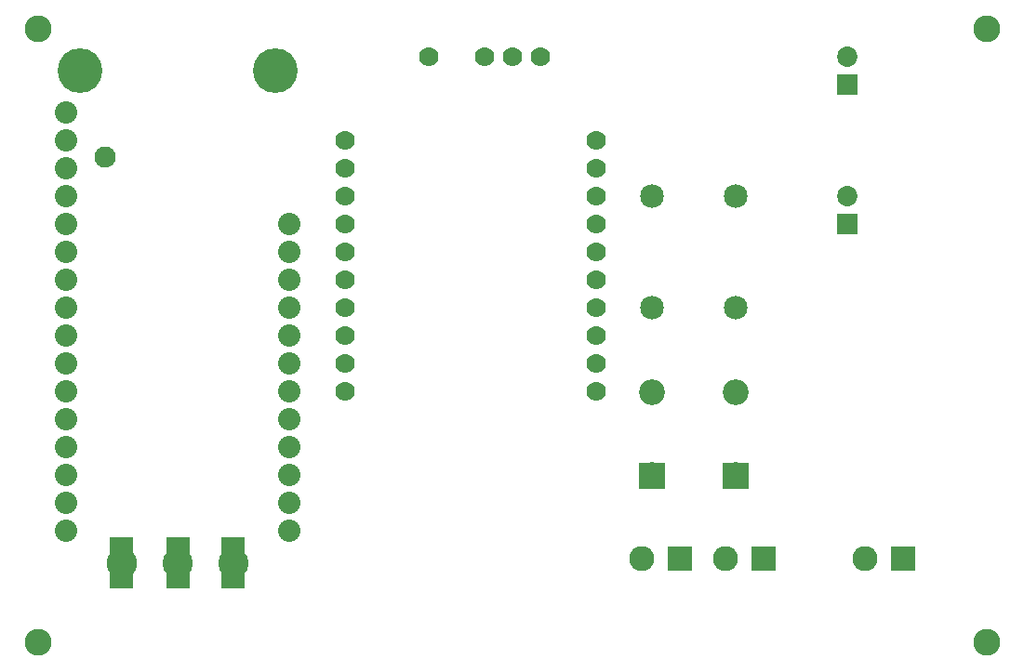
<source format=gbs>
G04 MADE WITH FRITZING*
G04 WWW.FRITZING.ORG*
G04 DOUBLE SIDED*
G04 HOLES PLATED*
G04 CONTOUR ON CENTER OF CONTOUR VECTOR*
%ASAXBY*%
%FSLAX23Y23*%
%MOIN*%
%OFA0B0*%
%SFA1.0B1.0*%
%ADD10C,0.092000*%
%ADD11C,0.072992*%
%ADD12C,0.090000*%
%ADD13C,0.070000*%
%ADD14C,0.085000*%
%ADD15C,0.080000*%
%ADD16C,0.108425*%
%ADD17C,0.160000*%
%ADD18C,0.110000*%
%ADD19C,0.076000*%
%ADD20C,0.096614*%
%ADD21R,0.092000X0.092000*%
%ADD22R,0.072992X0.072992*%
%ADD23R,0.090000X0.090000*%
%ADD24R,0.001000X0.001000*%
%LNMASK0*%
G90*
G70*
G54D10*
X2620Y718D03*
X2620Y1016D03*
X2320Y718D03*
X2320Y1016D03*
G54D11*
X3020Y2119D03*
X3020Y2218D03*
X3020Y1619D03*
X3020Y1718D03*
G54D12*
X3220Y418D03*
X3083Y418D03*
X2420Y418D03*
X2283Y418D03*
X2720Y418D03*
X2583Y418D03*
G54D13*
X1220Y1018D03*
X1220Y1118D03*
X1221Y1218D03*
X1221Y1318D03*
X1220Y1418D03*
X1220Y1518D03*
X1220Y1618D03*
X1220Y1718D03*
X1220Y1818D03*
X1220Y1918D03*
X2120Y1018D03*
X2120Y1118D03*
X2120Y1218D03*
X2120Y1318D03*
X2120Y1418D03*
X2120Y1518D03*
X2120Y1618D03*
X2120Y1718D03*
X2120Y1818D03*
X2120Y1918D03*
X1520Y2218D03*
X1720Y2218D03*
X1820Y2218D03*
X1920Y2218D03*
G54D14*
X2620Y1318D03*
X2620Y1718D03*
X2320Y1318D03*
X2320Y1718D03*
G54D15*
X1020Y1418D03*
G54D16*
X820Y403D03*
G54D17*
X270Y2168D03*
G54D16*
X622Y403D03*
G54D18*
X420Y403D03*
G54D19*
X360Y1858D03*
G54D15*
X1020Y1218D03*
X220Y2018D03*
X1020Y1618D03*
X220Y1918D03*
X220Y1818D03*
X220Y1718D03*
X220Y1618D03*
X220Y1518D03*
X220Y1418D03*
X1020Y1118D03*
X220Y1318D03*
X1020Y1318D03*
X220Y1218D03*
X1020Y1518D03*
X220Y1118D03*
G54D17*
X970Y2168D03*
G54D15*
X220Y1018D03*
X220Y918D03*
X220Y818D03*
X220Y718D03*
X220Y618D03*
X220Y518D03*
X1020Y518D03*
X1020Y618D03*
X1020Y718D03*
X1020Y818D03*
X1020Y918D03*
X1020Y1018D03*
G54D20*
X3520Y2318D03*
X3520Y118D03*
X120Y2318D03*
X120Y118D03*
G54D21*
X2620Y717D03*
X2320Y717D03*
G54D22*
X3020Y2119D03*
X3020Y1619D03*
G54D23*
X3220Y418D03*
X2420Y418D03*
X2720Y418D03*
G54D24*
X378Y496D02*
X462Y496D01*
X377Y495D02*
X462Y495D01*
X580Y495D02*
X663Y495D01*
X778Y495D02*
X861Y495D01*
X377Y494D02*
X462Y494D01*
X580Y494D02*
X664Y494D01*
X778Y494D02*
X862Y494D01*
X377Y493D02*
X462Y493D01*
X580Y493D02*
X664Y493D01*
X778Y493D02*
X862Y493D01*
X377Y492D02*
X462Y492D01*
X580Y492D02*
X664Y492D01*
X778Y492D02*
X862Y492D01*
X377Y491D02*
X462Y491D01*
X580Y491D02*
X664Y491D01*
X778Y491D02*
X862Y491D01*
X377Y490D02*
X462Y490D01*
X580Y490D02*
X664Y490D01*
X778Y490D02*
X862Y490D01*
X377Y489D02*
X462Y489D01*
X580Y489D02*
X664Y489D01*
X778Y489D02*
X862Y489D01*
X377Y488D02*
X462Y488D01*
X580Y488D02*
X664Y488D01*
X778Y488D02*
X862Y488D01*
X377Y487D02*
X462Y487D01*
X580Y487D02*
X664Y487D01*
X778Y487D02*
X862Y487D01*
X377Y486D02*
X462Y486D01*
X580Y486D02*
X664Y486D01*
X778Y486D02*
X862Y486D01*
X377Y485D02*
X462Y485D01*
X580Y485D02*
X664Y485D01*
X778Y485D02*
X862Y485D01*
X377Y484D02*
X462Y484D01*
X580Y484D02*
X664Y484D01*
X778Y484D02*
X862Y484D01*
X377Y483D02*
X462Y483D01*
X580Y483D02*
X664Y483D01*
X778Y483D02*
X862Y483D01*
X377Y482D02*
X462Y482D01*
X580Y482D02*
X664Y482D01*
X778Y482D02*
X862Y482D01*
X377Y481D02*
X462Y481D01*
X580Y481D02*
X664Y481D01*
X778Y481D02*
X862Y481D01*
X377Y480D02*
X462Y480D01*
X580Y480D02*
X664Y480D01*
X778Y480D02*
X862Y480D01*
X377Y479D02*
X462Y479D01*
X580Y479D02*
X664Y479D01*
X778Y479D02*
X862Y479D01*
X377Y478D02*
X462Y478D01*
X580Y478D02*
X664Y478D01*
X778Y478D02*
X862Y478D01*
X377Y477D02*
X462Y477D01*
X580Y477D02*
X664Y477D01*
X778Y477D02*
X862Y477D01*
X377Y476D02*
X462Y476D01*
X580Y476D02*
X664Y476D01*
X778Y476D02*
X862Y476D01*
X377Y475D02*
X462Y475D01*
X580Y475D02*
X664Y475D01*
X778Y475D02*
X862Y475D01*
X377Y474D02*
X462Y474D01*
X580Y474D02*
X664Y474D01*
X778Y474D02*
X862Y474D01*
X377Y473D02*
X462Y473D01*
X580Y473D02*
X664Y473D01*
X778Y473D02*
X862Y473D01*
X377Y472D02*
X462Y472D01*
X580Y472D02*
X664Y472D01*
X778Y472D02*
X862Y472D01*
X377Y471D02*
X462Y471D01*
X580Y471D02*
X664Y471D01*
X778Y471D02*
X862Y471D01*
X377Y470D02*
X462Y470D01*
X580Y470D02*
X664Y470D01*
X778Y470D02*
X862Y470D01*
X377Y469D02*
X462Y469D01*
X580Y469D02*
X664Y469D01*
X778Y469D02*
X862Y469D01*
X377Y468D02*
X462Y468D01*
X580Y468D02*
X664Y468D01*
X778Y468D02*
X862Y468D01*
X377Y467D02*
X462Y467D01*
X580Y467D02*
X664Y467D01*
X778Y467D02*
X862Y467D01*
X377Y466D02*
X462Y466D01*
X580Y466D02*
X664Y466D01*
X778Y466D02*
X862Y466D01*
X377Y465D02*
X462Y465D01*
X580Y465D02*
X664Y465D01*
X778Y465D02*
X862Y465D01*
X377Y464D02*
X462Y464D01*
X580Y464D02*
X664Y464D01*
X778Y464D02*
X862Y464D01*
X377Y463D02*
X462Y463D01*
X580Y463D02*
X664Y463D01*
X778Y463D02*
X862Y463D01*
X377Y462D02*
X462Y462D01*
X580Y462D02*
X664Y462D01*
X778Y462D02*
X862Y462D01*
X377Y461D02*
X462Y461D01*
X580Y461D02*
X664Y461D01*
X778Y461D02*
X862Y461D01*
X377Y460D02*
X462Y460D01*
X580Y460D02*
X664Y460D01*
X778Y460D02*
X862Y460D01*
X377Y459D02*
X462Y459D01*
X580Y459D02*
X664Y459D01*
X778Y459D02*
X862Y459D01*
X377Y458D02*
X462Y458D01*
X580Y458D02*
X664Y458D01*
X778Y458D02*
X862Y458D01*
X377Y457D02*
X462Y457D01*
X580Y457D02*
X664Y457D01*
X778Y457D02*
X862Y457D01*
X377Y456D02*
X462Y456D01*
X580Y456D02*
X664Y456D01*
X778Y456D02*
X862Y456D01*
X377Y455D02*
X462Y455D01*
X580Y455D02*
X664Y455D01*
X778Y455D02*
X862Y455D01*
X377Y454D02*
X462Y454D01*
X580Y454D02*
X664Y454D01*
X778Y454D02*
X862Y454D01*
X377Y453D02*
X462Y453D01*
X580Y453D02*
X664Y453D01*
X778Y453D02*
X862Y453D01*
X377Y452D02*
X462Y452D01*
X580Y452D02*
X664Y452D01*
X778Y452D02*
X862Y452D01*
X377Y451D02*
X462Y451D01*
X580Y451D02*
X664Y451D01*
X778Y451D02*
X862Y451D01*
X377Y450D02*
X462Y450D01*
X580Y450D02*
X664Y450D01*
X778Y450D02*
X862Y450D01*
X377Y449D02*
X462Y449D01*
X580Y449D02*
X664Y449D01*
X778Y449D02*
X862Y449D01*
X377Y448D02*
X462Y448D01*
X580Y448D02*
X664Y448D01*
X778Y448D02*
X862Y448D01*
X377Y447D02*
X462Y447D01*
X580Y447D02*
X664Y447D01*
X778Y447D02*
X862Y447D01*
X377Y446D02*
X462Y446D01*
X580Y446D02*
X664Y446D01*
X778Y446D02*
X862Y446D01*
X377Y445D02*
X462Y445D01*
X580Y445D02*
X664Y445D01*
X778Y445D02*
X862Y445D01*
X377Y444D02*
X462Y444D01*
X580Y444D02*
X664Y444D01*
X778Y444D02*
X862Y444D01*
X377Y443D02*
X462Y443D01*
X580Y443D02*
X664Y443D01*
X778Y443D02*
X862Y443D01*
X377Y442D02*
X462Y442D01*
X580Y442D02*
X664Y442D01*
X778Y442D02*
X862Y442D01*
X377Y441D02*
X462Y441D01*
X580Y441D02*
X664Y441D01*
X778Y441D02*
X862Y441D01*
X377Y440D02*
X462Y440D01*
X580Y440D02*
X664Y440D01*
X778Y440D02*
X862Y440D01*
X377Y439D02*
X462Y439D01*
X580Y439D02*
X664Y439D01*
X778Y439D02*
X862Y439D01*
X377Y438D02*
X462Y438D01*
X580Y438D02*
X664Y438D01*
X778Y438D02*
X862Y438D01*
X377Y437D02*
X419Y437D01*
X421Y437D02*
X462Y437D01*
X580Y437D02*
X664Y437D01*
X778Y437D02*
X862Y437D01*
X377Y436D02*
X411Y436D01*
X429Y436D02*
X462Y436D01*
X580Y436D02*
X615Y436D01*
X629Y436D02*
X664Y436D01*
X778Y436D02*
X813Y436D01*
X826Y436D02*
X862Y436D01*
X377Y435D02*
X408Y435D01*
X432Y435D02*
X462Y435D01*
X580Y435D02*
X611Y435D01*
X633Y435D02*
X664Y435D01*
X778Y435D02*
X809Y435D01*
X831Y435D02*
X862Y435D01*
X377Y434D02*
X405Y434D01*
X434Y434D02*
X462Y434D01*
X580Y434D02*
X608Y434D01*
X635Y434D02*
X664Y434D01*
X778Y434D02*
X806Y434D01*
X833Y434D02*
X862Y434D01*
X377Y433D02*
X403Y433D01*
X436Y433D02*
X462Y433D01*
X580Y433D02*
X606Y433D01*
X637Y433D02*
X664Y433D01*
X778Y433D02*
X804Y433D01*
X835Y433D02*
X862Y433D01*
X377Y432D02*
X402Y432D01*
X438Y432D02*
X462Y432D01*
X580Y432D02*
X604Y432D01*
X639Y432D02*
X664Y432D01*
X778Y432D02*
X802Y432D01*
X837Y432D02*
X862Y432D01*
X377Y431D02*
X400Y431D01*
X439Y431D02*
X462Y431D01*
X580Y431D02*
X603Y431D01*
X641Y431D02*
X664Y431D01*
X778Y431D02*
X801Y431D01*
X839Y431D02*
X862Y431D01*
X377Y430D02*
X399Y430D01*
X440Y430D02*
X462Y430D01*
X580Y430D02*
X601Y430D01*
X642Y430D02*
X664Y430D01*
X778Y430D02*
X799Y430D01*
X840Y430D02*
X862Y430D01*
X377Y429D02*
X398Y429D01*
X442Y429D02*
X462Y429D01*
X580Y429D02*
X600Y429D01*
X643Y429D02*
X664Y429D01*
X778Y429D02*
X798Y429D01*
X841Y429D02*
X862Y429D01*
X377Y428D02*
X397Y428D01*
X443Y428D02*
X462Y428D01*
X580Y428D02*
X599Y428D01*
X644Y428D02*
X664Y428D01*
X778Y428D02*
X797Y428D01*
X842Y428D02*
X862Y428D01*
X377Y427D02*
X396Y427D01*
X444Y427D02*
X462Y427D01*
X580Y427D02*
X598Y427D01*
X645Y427D02*
X664Y427D01*
X778Y427D02*
X796Y427D01*
X843Y427D02*
X862Y427D01*
X377Y426D02*
X395Y426D01*
X445Y426D02*
X462Y426D01*
X580Y426D02*
X597Y426D01*
X646Y426D02*
X664Y426D01*
X778Y426D02*
X795Y426D01*
X844Y426D02*
X862Y426D01*
X377Y425D02*
X394Y425D01*
X446Y425D02*
X462Y425D01*
X580Y425D02*
X596Y425D01*
X647Y425D02*
X664Y425D01*
X778Y425D02*
X794Y425D01*
X845Y425D02*
X862Y425D01*
X377Y424D02*
X393Y424D01*
X446Y424D02*
X462Y424D01*
X580Y424D02*
X595Y424D01*
X648Y424D02*
X664Y424D01*
X778Y424D02*
X793Y424D01*
X846Y424D02*
X862Y424D01*
X377Y423D02*
X392Y423D01*
X447Y423D02*
X462Y423D01*
X580Y423D02*
X595Y423D01*
X649Y423D02*
X664Y423D01*
X778Y423D02*
X793Y423D01*
X847Y423D02*
X862Y423D01*
X377Y422D02*
X392Y422D01*
X448Y422D02*
X462Y422D01*
X580Y422D02*
X594Y422D01*
X649Y422D02*
X664Y422D01*
X778Y422D02*
X792Y422D01*
X847Y422D02*
X862Y422D01*
X377Y421D02*
X391Y421D01*
X448Y421D02*
X462Y421D01*
X580Y421D02*
X593Y421D01*
X650Y421D02*
X664Y421D01*
X778Y421D02*
X791Y421D01*
X848Y421D02*
X862Y421D01*
X377Y420D02*
X390Y420D01*
X449Y420D02*
X462Y420D01*
X580Y420D02*
X593Y420D01*
X651Y420D02*
X664Y420D01*
X778Y420D02*
X791Y420D01*
X848Y420D02*
X862Y420D01*
X377Y419D02*
X390Y419D01*
X450Y419D02*
X462Y419D01*
X580Y419D02*
X592Y419D01*
X651Y419D02*
X664Y419D01*
X778Y419D02*
X790Y419D01*
X849Y419D02*
X862Y419D01*
X377Y418D02*
X389Y418D01*
X450Y418D02*
X462Y418D01*
X580Y418D02*
X592Y418D01*
X652Y418D02*
X664Y418D01*
X778Y418D02*
X790Y418D01*
X849Y418D02*
X862Y418D01*
X377Y417D02*
X389Y417D01*
X451Y417D02*
X462Y417D01*
X580Y417D02*
X591Y417D01*
X652Y417D02*
X664Y417D01*
X778Y417D02*
X789Y417D01*
X850Y417D02*
X862Y417D01*
X377Y416D02*
X389Y416D01*
X451Y416D02*
X462Y416D01*
X580Y416D02*
X591Y416D01*
X652Y416D02*
X664Y416D01*
X778Y416D02*
X789Y416D01*
X850Y416D02*
X862Y416D01*
X377Y415D02*
X388Y415D01*
X451Y415D02*
X462Y415D01*
X580Y415D02*
X590Y415D01*
X653Y415D02*
X664Y415D01*
X778Y415D02*
X788Y415D01*
X851Y415D02*
X862Y415D01*
X377Y414D02*
X388Y414D01*
X452Y414D02*
X462Y414D01*
X580Y414D02*
X590Y414D01*
X653Y414D02*
X664Y414D01*
X778Y414D02*
X788Y414D01*
X851Y414D02*
X862Y414D01*
X377Y413D02*
X388Y413D01*
X452Y413D02*
X462Y413D01*
X580Y413D02*
X590Y413D01*
X653Y413D02*
X664Y413D01*
X778Y413D02*
X788Y413D01*
X851Y413D02*
X862Y413D01*
X377Y412D02*
X387Y412D01*
X452Y412D02*
X462Y412D01*
X580Y412D02*
X590Y412D01*
X654Y412D02*
X664Y412D01*
X778Y412D02*
X788Y412D01*
X852Y412D02*
X862Y412D01*
X377Y411D02*
X387Y411D01*
X452Y411D02*
X462Y411D01*
X580Y411D02*
X589Y411D01*
X654Y411D02*
X664Y411D01*
X778Y411D02*
X787Y411D01*
X852Y411D02*
X862Y411D01*
X377Y410D02*
X387Y410D01*
X453Y410D02*
X462Y410D01*
X580Y410D02*
X589Y410D01*
X654Y410D02*
X664Y410D01*
X778Y410D02*
X787Y410D01*
X852Y410D02*
X862Y410D01*
X377Y409D02*
X387Y409D01*
X453Y409D02*
X462Y409D01*
X580Y409D02*
X589Y409D01*
X654Y409D02*
X664Y409D01*
X778Y409D02*
X787Y409D01*
X852Y409D02*
X862Y409D01*
X377Y408D02*
X387Y408D01*
X453Y408D02*
X462Y408D01*
X580Y408D02*
X589Y408D01*
X654Y408D02*
X664Y408D01*
X778Y408D02*
X787Y408D01*
X852Y408D02*
X862Y408D01*
X377Y407D02*
X387Y407D01*
X453Y407D02*
X462Y407D01*
X580Y407D02*
X589Y407D01*
X654Y407D02*
X664Y407D01*
X778Y407D02*
X787Y407D01*
X852Y407D02*
X862Y407D01*
X377Y406D02*
X387Y406D01*
X453Y406D02*
X462Y406D01*
X580Y406D02*
X589Y406D01*
X654Y406D02*
X664Y406D01*
X778Y406D02*
X787Y406D01*
X852Y406D02*
X862Y406D01*
X377Y405D02*
X387Y405D01*
X453Y405D02*
X462Y405D01*
X580Y405D02*
X589Y405D01*
X654Y405D02*
X664Y405D01*
X778Y405D02*
X787Y405D01*
X852Y405D02*
X862Y405D01*
X377Y404D02*
X387Y404D01*
X453Y404D02*
X462Y404D01*
X580Y404D02*
X589Y404D01*
X654Y404D02*
X664Y404D01*
X778Y404D02*
X787Y404D01*
X852Y404D02*
X862Y404D01*
X377Y403D02*
X387Y403D01*
X453Y403D02*
X462Y403D01*
X580Y403D02*
X589Y403D01*
X654Y403D02*
X664Y403D01*
X778Y403D02*
X787Y403D01*
X852Y403D02*
X862Y403D01*
X377Y402D02*
X387Y402D01*
X453Y402D02*
X462Y402D01*
X580Y402D02*
X589Y402D01*
X654Y402D02*
X664Y402D01*
X778Y402D02*
X787Y402D01*
X852Y402D02*
X862Y402D01*
X377Y401D02*
X387Y401D01*
X453Y401D02*
X462Y401D01*
X580Y401D02*
X589Y401D01*
X654Y401D02*
X664Y401D01*
X778Y401D02*
X787Y401D01*
X852Y401D02*
X862Y401D01*
X377Y400D02*
X387Y400D01*
X453Y400D02*
X462Y400D01*
X580Y400D02*
X589Y400D01*
X654Y400D02*
X664Y400D01*
X778Y400D02*
X787Y400D01*
X852Y400D02*
X862Y400D01*
X377Y399D02*
X387Y399D01*
X453Y399D02*
X462Y399D01*
X580Y399D02*
X589Y399D01*
X654Y399D02*
X664Y399D01*
X778Y399D02*
X787Y399D01*
X852Y399D02*
X862Y399D01*
X377Y398D02*
X387Y398D01*
X452Y398D02*
X462Y398D01*
X580Y398D02*
X589Y398D01*
X654Y398D02*
X664Y398D01*
X778Y398D02*
X787Y398D01*
X852Y398D02*
X862Y398D01*
X377Y397D02*
X387Y397D01*
X452Y397D02*
X462Y397D01*
X580Y397D02*
X589Y397D01*
X654Y397D02*
X664Y397D01*
X778Y397D02*
X787Y397D01*
X852Y397D02*
X862Y397D01*
X377Y396D02*
X387Y396D01*
X452Y396D02*
X462Y396D01*
X580Y396D02*
X590Y396D01*
X654Y396D02*
X664Y396D01*
X778Y396D02*
X788Y396D01*
X852Y396D02*
X862Y396D01*
X377Y395D02*
X388Y395D01*
X452Y395D02*
X462Y395D01*
X580Y395D02*
X590Y395D01*
X653Y395D02*
X664Y395D01*
X778Y395D02*
X788Y395D01*
X851Y395D02*
X862Y395D01*
X377Y394D02*
X388Y394D01*
X451Y394D02*
X462Y394D01*
X580Y394D02*
X590Y394D01*
X653Y394D02*
X664Y394D01*
X778Y394D02*
X788Y394D01*
X851Y394D02*
X862Y394D01*
X377Y393D02*
X388Y393D01*
X451Y393D02*
X462Y393D01*
X580Y393D02*
X591Y393D01*
X653Y393D02*
X664Y393D01*
X778Y393D02*
X789Y393D01*
X851Y393D02*
X862Y393D01*
X377Y392D02*
X389Y392D01*
X451Y392D02*
X462Y392D01*
X580Y392D02*
X591Y392D01*
X652Y392D02*
X664Y392D01*
X778Y392D02*
X789Y392D01*
X850Y392D02*
X862Y392D01*
X377Y391D02*
X389Y391D01*
X450Y391D02*
X462Y391D01*
X580Y391D02*
X592Y391D01*
X652Y391D02*
X664Y391D01*
X778Y391D02*
X789Y391D01*
X850Y391D02*
X862Y391D01*
X377Y390D02*
X390Y390D01*
X450Y390D02*
X462Y390D01*
X580Y390D02*
X592Y390D01*
X651Y390D02*
X664Y390D01*
X778Y390D02*
X790Y390D01*
X849Y390D02*
X862Y390D01*
X377Y389D02*
X390Y389D01*
X449Y389D02*
X462Y389D01*
X580Y389D02*
X593Y389D01*
X651Y389D02*
X664Y389D01*
X778Y389D02*
X790Y389D01*
X849Y389D02*
X862Y389D01*
X377Y388D02*
X391Y388D01*
X449Y388D02*
X462Y388D01*
X580Y388D02*
X593Y388D01*
X650Y388D02*
X664Y388D01*
X778Y388D02*
X791Y388D01*
X848Y388D02*
X862Y388D01*
X377Y387D02*
X391Y387D01*
X448Y387D02*
X462Y387D01*
X580Y387D02*
X594Y387D01*
X650Y387D02*
X664Y387D01*
X778Y387D02*
X792Y387D01*
X848Y387D02*
X862Y387D01*
X377Y386D02*
X392Y386D01*
X448Y386D02*
X462Y386D01*
X580Y386D02*
X594Y386D01*
X649Y386D02*
X664Y386D01*
X778Y386D02*
X792Y386D01*
X847Y386D02*
X862Y386D01*
X377Y385D02*
X393Y385D01*
X447Y385D02*
X462Y385D01*
X580Y385D02*
X595Y385D01*
X648Y385D02*
X664Y385D01*
X778Y385D02*
X793Y385D01*
X846Y385D02*
X862Y385D01*
X377Y384D02*
X393Y384D01*
X446Y384D02*
X462Y384D01*
X580Y384D02*
X596Y384D01*
X648Y384D02*
X664Y384D01*
X778Y384D02*
X794Y384D01*
X846Y384D02*
X862Y384D01*
X377Y383D02*
X394Y383D01*
X445Y383D02*
X462Y383D01*
X580Y383D02*
X597Y383D01*
X647Y383D02*
X664Y383D01*
X778Y383D02*
X795Y383D01*
X845Y383D02*
X862Y383D01*
X377Y382D02*
X395Y382D01*
X444Y382D02*
X462Y382D01*
X580Y382D02*
X597Y382D01*
X646Y382D02*
X664Y382D01*
X778Y382D02*
X795Y382D01*
X844Y382D02*
X862Y382D01*
X377Y381D02*
X396Y381D01*
X443Y381D02*
X462Y381D01*
X580Y381D02*
X598Y381D01*
X645Y381D02*
X664Y381D01*
X778Y381D02*
X796Y381D01*
X843Y381D02*
X862Y381D01*
X377Y380D02*
X397Y380D01*
X442Y380D02*
X462Y380D01*
X580Y380D02*
X599Y380D01*
X644Y380D02*
X664Y380D01*
X778Y380D02*
X797Y380D01*
X842Y380D02*
X862Y380D01*
X377Y379D02*
X398Y379D01*
X441Y379D02*
X462Y379D01*
X580Y379D02*
X601Y379D01*
X643Y379D02*
X664Y379D01*
X778Y379D02*
X799Y379D01*
X841Y379D02*
X862Y379D01*
X377Y378D02*
X400Y378D01*
X440Y378D02*
X462Y378D01*
X580Y378D02*
X602Y378D01*
X641Y378D02*
X664Y378D01*
X778Y378D02*
X800Y378D01*
X839Y378D02*
X862Y378D01*
X377Y377D02*
X401Y377D01*
X439Y377D02*
X462Y377D01*
X580Y377D02*
X603Y377D01*
X640Y377D02*
X664Y377D01*
X778Y377D02*
X801Y377D01*
X838Y377D02*
X862Y377D01*
X377Y376D02*
X403Y376D01*
X437Y376D02*
X462Y376D01*
X580Y376D02*
X605Y376D01*
X638Y376D02*
X664Y376D01*
X778Y376D02*
X803Y376D01*
X836Y376D02*
X862Y376D01*
X377Y375D02*
X404Y375D01*
X435Y375D02*
X462Y375D01*
X580Y375D02*
X607Y375D01*
X636Y375D02*
X664Y375D01*
X778Y375D02*
X805Y375D01*
X834Y375D02*
X862Y375D01*
X377Y374D02*
X406Y374D01*
X433Y374D02*
X462Y374D01*
X580Y374D02*
X609Y374D01*
X634Y374D02*
X664Y374D01*
X778Y374D02*
X807Y374D01*
X832Y374D02*
X862Y374D01*
X377Y373D02*
X409Y373D01*
X430Y373D02*
X462Y373D01*
X580Y373D02*
X612Y373D01*
X631Y373D02*
X664Y373D01*
X778Y373D02*
X810Y373D01*
X829Y373D02*
X862Y373D01*
X377Y372D02*
X413Y372D01*
X426Y372D02*
X462Y372D01*
X580Y372D02*
X618Y372D01*
X625Y372D02*
X664Y372D01*
X778Y372D02*
X816Y372D01*
X823Y372D02*
X862Y372D01*
X377Y371D02*
X462Y371D01*
X580Y371D02*
X664Y371D01*
X778Y371D02*
X862Y371D01*
X377Y370D02*
X462Y370D01*
X580Y370D02*
X664Y370D01*
X778Y370D02*
X862Y370D01*
X377Y369D02*
X462Y369D01*
X580Y369D02*
X664Y369D01*
X778Y369D02*
X862Y369D01*
X377Y368D02*
X462Y368D01*
X580Y368D02*
X664Y368D01*
X778Y368D02*
X862Y368D01*
X377Y367D02*
X462Y367D01*
X580Y367D02*
X664Y367D01*
X778Y367D02*
X862Y367D01*
X377Y366D02*
X462Y366D01*
X580Y366D02*
X664Y366D01*
X778Y366D02*
X862Y366D01*
X377Y365D02*
X462Y365D01*
X580Y365D02*
X664Y365D01*
X778Y365D02*
X862Y365D01*
X377Y364D02*
X462Y364D01*
X580Y364D02*
X664Y364D01*
X778Y364D02*
X862Y364D01*
X377Y363D02*
X462Y363D01*
X580Y363D02*
X664Y363D01*
X778Y363D02*
X862Y363D01*
X377Y362D02*
X462Y362D01*
X580Y362D02*
X664Y362D01*
X778Y362D02*
X862Y362D01*
X377Y361D02*
X462Y361D01*
X580Y361D02*
X664Y361D01*
X778Y361D02*
X862Y361D01*
X377Y360D02*
X462Y360D01*
X580Y360D02*
X664Y360D01*
X778Y360D02*
X862Y360D01*
X377Y359D02*
X462Y359D01*
X580Y359D02*
X664Y359D01*
X778Y359D02*
X862Y359D01*
X377Y358D02*
X462Y358D01*
X580Y358D02*
X664Y358D01*
X778Y358D02*
X862Y358D01*
X377Y357D02*
X462Y357D01*
X580Y357D02*
X664Y357D01*
X778Y357D02*
X862Y357D01*
X377Y356D02*
X462Y356D01*
X580Y356D02*
X664Y356D01*
X778Y356D02*
X862Y356D01*
X377Y355D02*
X462Y355D01*
X580Y355D02*
X664Y355D01*
X778Y355D02*
X862Y355D01*
X377Y354D02*
X462Y354D01*
X580Y354D02*
X664Y354D01*
X778Y354D02*
X862Y354D01*
X377Y353D02*
X462Y353D01*
X580Y353D02*
X664Y353D01*
X778Y353D02*
X862Y353D01*
X377Y352D02*
X462Y352D01*
X580Y352D02*
X664Y352D01*
X778Y352D02*
X862Y352D01*
X377Y351D02*
X462Y351D01*
X580Y351D02*
X664Y351D01*
X778Y351D02*
X862Y351D01*
X377Y350D02*
X462Y350D01*
X580Y350D02*
X664Y350D01*
X778Y350D02*
X862Y350D01*
X377Y349D02*
X462Y349D01*
X580Y349D02*
X664Y349D01*
X778Y349D02*
X862Y349D01*
X377Y348D02*
X462Y348D01*
X580Y348D02*
X664Y348D01*
X778Y348D02*
X862Y348D01*
X377Y347D02*
X462Y347D01*
X580Y347D02*
X664Y347D01*
X778Y347D02*
X862Y347D01*
X377Y346D02*
X462Y346D01*
X580Y346D02*
X664Y346D01*
X778Y346D02*
X862Y346D01*
X377Y345D02*
X462Y345D01*
X580Y345D02*
X664Y345D01*
X778Y345D02*
X862Y345D01*
X377Y344D02*
X462Y344D01*
X580Y344D02*
X664Y344D01*
X778Y344D02*
X862Y344D01*
X377Y343D02*
X462Y343D01*
X580Y343D02*
X664Y343D01*
X778Y343D02*
X862Y343D01*
X377Y342D02*
X462Y342D01*
X580Y342D02*
X664Y342D01*
X778Y342D02*
X862Y342D01*
X377Y341D02*
X462Y341D01*
X580Y341D02*
X664Y341D01*
X778Y341D02*
X862Y341D01*
X377Y340D02*
X462Y340D01*
X580Y340D02*
X664Y340D01*
X778Y340D02*
X862Y340D01*
X377Y339D02*
X462Y339D01*
X580Y339D02*
X664Y339D01*
X778Y339D02*
X862Y339D01*
X377Y338D02*
X462Y338D01*
X580Y338D02*
X664Y338D01*
X778Y338D02*
X862Y338D01*
X377Y337D02*
X462Y337D01*
X580Y337D02*
X664Y337D01*
X778Y337D02*
X862Y337D01*
X377Y336D02*
X462Y336D01*
X580Y336D02*
X664Y336D01*
X778Y336D02*
X862Y336D01*
X377Y335D02*
X462Y335D01*
X580Y335D02*
X664Y335D01*
X778Y335D02*
X862Y335D01*
X377Y334D02*
X462Y334D01*
X580Y334D02*
X664Y334D01*
X778Y334D02*
X862Y334D01*
X377Y333D02*
X462Y333D01*
X580Y333D02*
X664Y333D01*
X778Y333D02*
X862Y333D01*
X377Y332D02*
X462Y332D01*
X580Y332D02*
X664Y332D01*
X778Y332D02*
X862Y332D01*
X377Y331D02*
X462Y331D01*
X580Y331D02*
X664Y331D01*
X778Y331D02*
X862Y331D01*
X377Y330D02*
X462Y330D01*
X580Y330D02*
X664Y330D01*
X778Y330D02*
X862Y330D01*
X377Y329D02*
X462Y329D01*
X580Y329D02*
X664Y329D01*
X778Y329D02*
X862Y329D01*
X377Y328D02*
X462Y328D01*
X580Y328D02*
X664Y328D01*
X778Y328D02*
X862Y328D01*
X377Y327D02*
X462Y327D01*
X580Y327D02*
X664Y327D01*
X778Y327D02*
X862Y327D01*
X377Y326D02*
X462Y326D01*
X580Y326D02*
X664Y326D01*
X778Y326D02*
X862Y326D01*
X377Y325D02*
X462Y325D01*
X580Y325D02*
X664Y325D01*
X778Y325D02*
X862Y325D01*
X377Y324D02*
X462Y324D01*
X580Y324D02*
X664Y324D01*
X778Y324D02*
X862Y324D01*
X377Y323D02*
X462Y323D01*
X580Y323D02*
X664Y323D01*
X778Y323D02*
X862Y323D01*
X377Y322D02*
X462Y322D01*
X580Y322D02*
X664Y322D01*
X778Y322D02*
X862Y322D01*
X377Y321D02*
X462Y321D01*
X580Y321D02*
X664Y321D01*
X778Y321D02*
X862Y321D01*
X377Y320D02*
X462Y320D01*
X580Y320D02*
X664Y320D01*
X778Y320D02*
X862Y320D01*
X377Y319D02*
X462Y319D01*
X580Y319D02*
X664Y319D01*
X778Y319D02*
X862Y319D01*
X377Y318D02*
X462Y318D01*
X580Y318D02*
X664Y318D01*
X778Y318D02*
X862Y318D01*
X377Y317D02*
X462Y317D01*
X580Y317D02*
X664Y317D01*
X778Y317D02*
X862Y317D01*
X377Y316D02*
X462Y316D01*
X580Y316D02*
X664Y316D01*
X778Y316D02*
X862Y316D01*
X377Y315D02*
X462Y315D01*
X580Y315D02*
X664Y315D01*
X778Y315D02*
X862Y315D01*
X377Y314D02*
X462Y314D01*
X580Y314D02*
X664Y314D01*
X778Y314D02*
X862Y314D01*
X377Y313D02*
X462Y313D01*
D02*
G04 End of Mask0*
M02*
</source>
